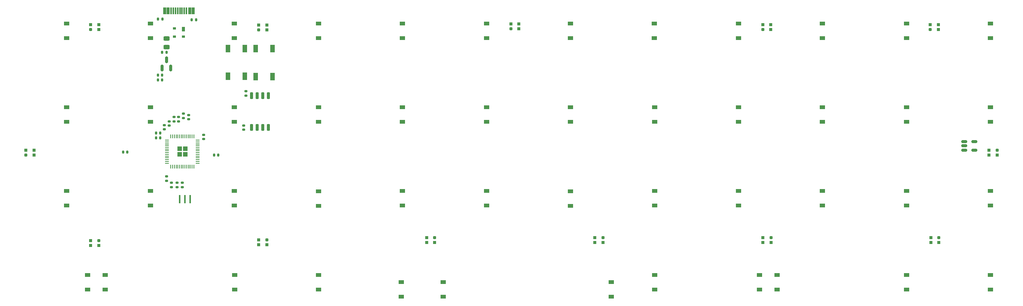
<source format=gbp>
%TF.GenerationSoftware,KiCad,Pcbnew,(6.0.7-1)-1*%
%TF.CreationDate,2022-12-13T16:34:22+02:00*%
%TF.ProjectId,Planck Drop In PCB,506c616e-636b-4204-9472-6f7020496e20,rev?*%
%TF.SameCoordinates,Original*%
%TF.FileFunction,Paste,Bot*%
%TF.FilePolarity,Positive*%
%FSLAX46Y46*%
G04 Gerber Fmt 4.6, Leading zero omitted, Abs format (unit mm)*
G04 Created by KiCad (PCBNEW (6.0.7-1)-1) date 2022-12-13 16:34:22*
%MOMM*%
%LPD*%
G01*
G04 APERTURE LIST*
G04 Aperture macros list*
%AMRoundRect*
0 Rectangle with rounded corners*
0 $1 Rounding radius*
0 $2 $3 $4 $5 $6 $7 $8 $9 X,Y pos of 4 corners*
0 Add a 4 corners polygon primitive as box body*
4,1,4,$2,$3,$4,$5,$6,$7,$8,$9,$2,$3,0*
0 Add four circle primitives for the rounded corners*
1,1,$1+$1,$2,$3*
1,1,$1+$1,$4,$5*
1,1,$1+$1,$6,$7*
1,1,$1+$1,$8,$9*
0 Add four rect primitives between the rounded corners*
20,1,$1+$1,$2,$3,$4,$5,0*
20,1,$1+$1,$4,$5,$6,$7,0*
20,1,$1+$1,$6,$7,$8,$9,0*
20,1,$1+$1,$8,$9,$2,$3,0*%
G04 Aperture macros list end*
%ADD10RoundRect,0.140000X0.140000X0.170000X-0.140000X0.170000X-0.140000X-0.170000X0.140000X-0.170000X0*%
%ADD11R,1.200000X0.900000*%
%ADD12RoundRect,0.175000X-0.175000X-0.175000X0.175000X-0.175000X0.175000X0.175000X-0.175000X0.175000X0*%
%ADD13R,0.700000X0.700000*%
%ADD14RoundRect,0.140000X0.170000X-0.140000X0.170000X0.140000X-0.170000X0.140000X-0.170000X-0.140000X0*%
%ADD15RoundRect,0.175000X0.175000X0.175000X-0.175000X0.175000X-0.175000X-0.175000X0.175000X-0.175000X0*%
%ADD16RoundRect,0.135000X-0.135000X-0.185000X0.135000X-0.185000X0.135000X0.185000X-0.135000X0.185000X0*%
%ADD17RoundRect,0.140000X-0.140000X-0.170000X0.140000X-0.170000X0.140000X0.170000X-0.140000X0.170000X0*%
%ADD18RoundRect,0.140000X-0.170000X0.140000X-0.170000X-0.140000X0.170000X-0.140000X0.170000X0.140000X0*%
%ADD19RoundRect,0.135000X0.135000X0.185000X-0.135000X0.185000X-0.135000X-0.185000X0.135000X-0.185000X0*%
%ADD20RoundRect,0.150000X-0.150000X0.650000X-0.150000X-0.650000X0.150000X-0.650000X0.150000X0.650000X0*%
%ADD21R,0.700000X1.000000*%
%ADD22R,0.700000X0.600000*%
%ADD23RoundRect,0.135000X-0.185000X0.135000X-0.185000X-0.135000X0.185000X-0.135000X0.185000X0.135000X0*%
%ADD24RoundRect,0.050000X-0.300000X-0.725000X0.300000X-0.725000X0.300000X0.725000X-0.300000X0.725000X0*%
%ADD25RoundRect,0.050000X-0.150000X-0.725000X0.150000X-0.725000X0.150000X0.725000X-0.150000X0.725000X0*%
%ADD26RoundRect,0.150000X0.150000X-0.587500X0.150000X0.587500X-0.150000X0.587500X-0.150000X-0.587500X0*%
%ADD27RoundRect,0.135000X0.185000X-0.135000X0.185000X0.135000X-0.185000X0.135000X-0.185000X-0.135000X0*%
%ADD28R,1.000000X1.700000*%
%ADD29R,0.400000X1.900000*%
%ADD30RoundRect,0.250000X0.292217X0.292217X-0.292217X0.292217X-0.292217X-0.292217X0.292217X-0.292217X0*%
%ADD31RoundRect,0.050000X0.387500X0.050000X-0.387500X0.050000X-0.387500X-0.050000X0.387500X-0.050000X0*%
%ADD32RoundRect,0.050000X0.050000X0.387500X-0.050000X0.387500X-0.050000X-0.387500X0.050000X-0.387500X0*%
%ADD33RoundRect,0.150000X-0.512500X-0.150000X0.512500X-0.150000X0.512500X0.150000X-0.512500X0.150000X0*%
%ADD34RoundRect,0.243750X-0.456250X0.243750X-0.456250X-0.243750X0.456250X-0.243750X0.456250X0.243750X0*%
G04 APERTURE END LIST*
D10*
%TO.C,C2*%
X69870000Y-75110000D03*
X68910000Y-75110000D03*
%TD*%
D11*
%TO.C,D43*%
X238220000Y-104660000D03*
X238220000Y-101360000D03*
%TD*%
%TO.C,D9*%
X86220000Y-66660000D03*
X86220000Y-63360000D03*
%TD*%
%TO.C,D33*%
X200220000Y-66660000D03*
X200220000Y-63360000D03*
%TD*%
%TO.C,D21*%
X143220000Y-66660000D03*
X143220000Y-63360000D03*
%TD*%
D12*
%TO.C,D56*%
X55535000Y-112600000D03*
D13*
X55535000Y-113700000D03*
X53705000Y-113700000D03*
X53705000Y-112600000D03*
%TD*%
D14*
%TO.C,C6*%
X75840000Y-85110000D03*
X75840000Y-84150000D03*
%TD*%
D10*
%TO.C,C10*%
X69430000Y-88190000D03*
X68470000Y-88190000D03*
%TD*%
D15*
%TO.C,D50*%
X243575000Y-64730000D03*
D13*
X243575000Y-63630000D03*
X245405000Y-63630000D03*
X245405000Y-64730000D03*
%TD*%
D11*
%TO.C,D24*%
X133410000Y-125300000D03*
X133410000Y-122000000D03*
%TD*%
D16*
%TO.C,R2*%
X76510000Y-62530000D03*
X77530000Y-62530000D03*
%TD*%
D11*
%TO.C,D7*%
X67220000Y-104660000D03*
X67220000Y-101360000D03*
%TD*%
D14*
%TO.C,C7*%
X79230000Y-89580000D03*
X79230000Y-88620000D03*
%TD*%
D17*
%TO.C,C11*%
X81590000Y-93160000D03*
X82550000Y-93160000D03*
%TD*%
D15*
%TO.C,D54*%
X53695000Y-64740000D03*
D13*
X53695000Y-63640000D03*
X55525000Y-63640000D03*
X55525000Y-64740000D03*
%TD*%
D11*
%TO.C,D32*%
X181230000Y-123670000D03*
X181230000Y-120370000D03*
%TD*%
D18*
%TO.C,C12*%
X73210000Y-99490000D03*
X73210000Y-100450000D03*
%TD*%
D19*
%TO.C,R1*%
X69930000Y-62360000D03*
X68910000Y-62360000D03*
%TD*%
D20*
%TO.C,U4*%
X90055000Y-79770000D03*
X91325000Y-79770000D03*
X92595000Y-79770000D03*
X93865000Y-79770000D03*
X93865000Y-86970000D03*
X92595000Y-86970000D03*
X91325000Y-86970000D03*
X90055000Y-86970000D03*
%TD*%
D11*
%TO.C,D29*%
X181220000Y-66660000D03*
X181220000Y-63360000D03*
%TD*%
%TO.C,D25*%
X162220000Y-66660000D03*
X162220000Y-63360000D03*
%TD*%
D10*
%TO.C,C_LDO2*%
X69870000Y-76190000D03*
X68910000Y-76190000D03*
%TD*%
D12*
%TO.C,D61*%
X245565000Y-111880000D03*
D13*
X245565000Y-112980000D03*
X243735000Y-112980000D03*
X243735000Y-111880000D03*
%TD*%
D10*
%TO.C,C5*%
X69430000Y-89270000D03*
X68470000Y-89270000D03*
%TD*%
D11*
%TO.C,D44*%
X238230000Y-123660000D03*
X238230000Y-120360000D03*
%TD*%
%TO.C,D42*%
X238230000Y-85660000D03*
X238230000Y-82360000D03*
%TD*%
D14*
%TO.C,C9*%
X88330000Y-87480000D03*
X88330000Y-86520000D03*
%TD*%
D11*
%TO.C,D27*%
X162230000Y-104670000D03*
X162230000Y-101370000D03*
%TD*%
D12*
%TO.C,D58*%
X131505000Y-111910000D03*
D13*
X131505000Y-113010000D03*
X129675000Y-113010000D03*
X129675000Y-111910000D03*
%TD*%
D11*
%TO.C,D34*%
X200220000Y-85660000D03*
X200220000Y-82360000D03*
%TD*%
D21*
%TO.C,U2*%
X74630000Y-64670000D03*
D22*
X74630000Y-66370000D03*
X72630000Y-66370000D03*
X72630000Y-64470000D03*
%TD*%
D23*
%TO.C,R5*%
X72520000Y-84557500D03*
X72520000Y-85577500D03*
%TD*%
D11*
%TO.C,D10*%
X86220000Y-85660000D03*
X86220000Y-82360000D03*
%TD*%
%TO.C,D41*%
X238230000Y-66660000D03*
X238230000Y-63360000D03*
%TD*%
D24*
%TO.C,USB1*%
X70400031Y-60482500D03*
X71175031Y-60482500D03*
D25*
X71875031Y-60482500D03*
X72375031Y-60482500D03*
X72875031Y-60482500D03*
X73375031Y-60482500D03*
X73875031Y-60482500D03*
X74375031Y-60482500D03*
X74875031Y-60482500D03*
X75375031Y-60482500D03*
D24*
X76075031Y-60482500D03*
X76850031Y-60482500D03*
%TD*%
D15*
%TO.C,D51*%
X205705000Y-64730000D03*
D13*
X205705000Y-63630000D03*
X207535000Y-63630000D03*
X207535000Y-64730000D03*
%TD*%
D23*
%TO.C,R4*%
X73610000Y-84550000D03*
X73610000Y-85570000D03*
%TD*%
D26*
%TO.C,U1*%
X71770000Y-73507500D03*
X69870000Y-73507500D03*
X70820000Y-71632500D03*
%TD*%
D11*
%TO.C,D4*%
X52980000Y-123670000D03*
X52980000Y-120370000D03*
%TD*%
%TO.C,D20*%
X123910000Y-125290000D03*
X123910000Y-121990000D03*
%TD*%
%TO.C,D1*%
X48230000Y-66660000D03*
X48230000Y-63360000D03*
%TD*%
%TO.C,D46*%
X257220000Y-85660000D03*
X257220000Y-82360000D03*
%TD*%
D27*
%TO.C,R3*%
X70820000Y-99040000D03*
X70820000Y-98020000D03*
%TD*%
D11*
%TO.C,D12*%
X86230000Y-123660000D03*
X86230000Y-120360000D03*
%TD*%
D27*
%TO.C,R7*%
X74410000Y-100470000D03*
X74410000Y-99450000D03*
%TD*%
D11*
%TO.C,D13*%
X105220000Y-66660000D03*
X105220000Y-63360000D03*
%TD*%
%TO.C,D6*%
X67220000Y-85660000D03*
X67220000Y-82360000D03*
%TD*%
D15*
%TO.C,D53*%
X91715000Y-64850000D03*
D13*
X91715000Y-63750000D03*
X93545000Y-63750000D03*
X93545000Y-64850000D03*
%TD*%
D23*
%TO.C,R6*%
X88770000Y-78740000D03*
X88770000Y-79760000D03*
%TD*%
D11*
%TO.C,D36*%
X204980000Y-123660000D03*
X204980000Y-120360000D03*
%TD*%
%TO.C,D19*%
X124220000Y-104660000D03*
X124220000Y-101360000D03*
%TD*%
%TO.C,D15*%
X105220000Y-104670000D03*
X105220000Y-101370000D03*
%TD*%
%TO.C,D26*%
X162220000Y-85660000D03*
X162220000Y-82360000D03*
%TD*%
D28*
%TO.C,SW6*%
X90990000Y-69080000D03*
X90990000Y-75380000D03*
X94790000Y-69080000D03*
X94790000Y-75380000D03*
%TD*%
D11*
%TO.C,D22*%
X143230000Y-85660000D03*
X143230000Y-82360000D03*
%TD*%
D14*
%TO.C,C4*%
X70350000Y-87390000D03*
X70350000Y-86430000D03*
%TD*%
D15*
%TO.C,D52*%
X148715000Y-64620000D03*
D13*
X148715000Y-63520000D03*
X150545000Y-63520000D03*
X150545000Y-64620000D03*
%TD*%
D12*
%TO.C,D59*%
X169565000Y-111890000D03*
D13*
X169565000Y-112990000D03*
X167735000Y-112990000D03*
X167735000Y-111890000D03*
%TD*%
D11*
%TO.C,D28*%
X171420000Y-125290000D03*
X171420000Y-121990000D03*
%TD*%
%TO.C,D38*%
X219230000Y-85660000D03*
X219230000Y-82360000D03*
%TD*%
%TO.C,D30*%
X181230000Y-85660000D03*
X181230000Y-82360000D03*
%TD*%
D10*
%TO.C,C8*%
X61970000Y-92540000D03*
X61010000Y-92540000D03*
%TD*%
D11*
%TO.C,D2*%
X48220000Y-85670000D03*
X48220000Y-82370000D03*
%TD*%
%TO.C,D18*%
X124220000Y-85660000D03*
X124220000Y-82360000D03*
%TD*%
D29*
%TO.C,Y1*%
X76220000Y-103170000D03*
X75020000Y-103170000D03*
X73820000Y-103170000D03*
%TD*%
D11*
%TO.C,D14*%
X105220000Y-85660000D03*
X105220000Y-82360000D03*
%TD*%
%TO.C,D35*%
X200230000Y-104660000D03*
X200230000Y-101360000D03*
%TD*%
%TO.C,D3*%
X48230000Y-104660000D03*
X48230000Y-101360000D03*
%TD*%
%TO.C,D8*%
X57000000Y-123680000D03*
X57000000Y-120380000D03*
%TD*%
%TO.C,D48*%
X257220000Y-123660000D03*
X257220000Y-120360000D03*
%TD*%
%TO.C,D17*%
X124230000Y-66670000D03*
X124230000Y-63370000D03*
%TD*%
%TO.C,D11*%
X86220000Y-104650000D03*
X86220000Y-101350000D03*
%TD*%
D14*
%TO.C,C13*%
X74710000Y-84790000D03*
X74710000Y-83830000D03*
%TD*%
D30*
%TO.C,U3*%
X75060000Y-91780000D03*
X75060000Y-93055000D03*
X73785000Y-91780000D03*
X73785000Y-93055000D03*
D31*
X77860000Y-89817500D03*
X77860000Y-90217500D03*
X77860000Y-90617500D03*
X77860000Y-91017500D03*
X77860000Y-91417500D03*
X77860000Y-91817500D03*
X77860000Y-92217500D03*
X77860000Y-92617500D03*
X77860000Y-93017500D03*
X77860000Y-93417500D03*
X77860000Y-93817500D03*
X77860000Y-94217500D03*
X77860000Y-94617500D03*
X77860000Y-95017500D03*
D32*
X77022500Y-95855000D03*
X76622500Y-95855000D03*
X76222500Y-95855000D03*
X75822500Y-95855000D03*
X75422500Y-95855000D03*
X75022500Y-95855000D03*
X74622500Y-95855000D03*
X74222500Y-95855000D03*
X73822500Y-95855000D03*
X73422500Y-95855000D03*
X73022500Y-95855000D03*
X72622500Y-95855000D03*
X72222500Y-95855000D03*
X71822500Y-95855000D03*
D31*
X70985000Y-95017500D03*
X70985000Y-94617500D03*
X70985000Y-94217500D03*
X70985000Y-93817500D03*
X70985000Y-93417500D03*
X70985000Y-93017500D03*
X70985000Y-92617500D03*
X70985000Y-92217500D03*
X70985000Y-91817500D03*
X70985000Y-91417500D03*
X70985000Y-91017500D03*
X70985000Y-90617500D03*
X70985000Y-90217500D03*
X70985000Y-89817500D03*
D32*
X71822500Y-88980000D03*
X72222500Y-88980000D03*
X72622500Y-88980000D03*
X73022500Y-88980000D03*
X73422500Y-88980000D03*
X73822500Y-88980000D03*
X74222500Y-88980000D03*
X74622500Y-88980000D03*
X75022500Y-88980000D03*
X75422500Y-88980000D03*
X75822500Y-88980000D03*
X76222500Y-88980000D03*
X76622500Y-88980000D03*
X77022500Y-88980000D03*
%TD*%
D12*
%TO.C,D49*%
X258715000Y-92070000D03*
D13*
X258715000Y-93170000D03*
X256885000Y-93170000D03*
X256885000Y-92070000D03*
%TD*%
D15*
%TO.C,D55*%
X39045000Y-93170000D03*
D13*
X39045000Y-92070000D03*
X40875000Y-92070000D03*
X40875000Y-93170000D03*
%TD*%
D11*
%TO.C,D31*%
X181230000Y-104660000D03*
X181230000Y-101360000D03*
%TD*%
D33*
%TO.C,U5*%
X251322500Y-92060000D03*
X251322500Y-91110000D03*
X251322500Y-90160000D03*
X253597500Y-90160000D03*
X253597500Y-92060000D03*
%TD*%
D11*
%TO.C,D5*%
X67220000Y-66660000D03*
X67220000Y-63360000D03*
%TD*%
D18*
%TO.C,C3*%
X71950000Y-99490000D03*
X71950000Y-100450000D03*
%TD*%
D11*
%TO.C,D40*%
X208990000Y-123660000D03*
X208990000Y-120360000D03*
%TD*%
%TO.C,D39*%
X219220000Y-104660000D03*
X219220000Y-101360000D03*
%TD*%
%TO.C,D47*%
X257230000Y-104660000D03*
X257230000Y-101360000D03*
%TD*%
D12*
%TO.C,D60*%
X207585000Y-111910000D03*
D13*
X207585000Y-113010000D03*
X205755000Y-113010000D03*
X205755000Y-111910000D03*
%TD*%
D14*
%TO.C,C1*%
X71420000Y-86500000D03*
X71420000Y-85540000D03*
%TD*%
D11*
%TO.C,D16*%
X105230000Y-123660000D03*
X105230000Y-120360000D03*
%TD*%
D10*
%TO.C,C_LDO1*%
X70820000Y-69930000D03*
X69860000Y-69930000D03*
%TD*%
D11*
%TO.C,D37*%
X219230000Y-66660000D03*
X219230000Y-63360000D03*
%TD*%
%TO.C,D23*%
X143230000Y-104660000D03*
X143230000Y-101360000D03*
%TD*%
D28*
%TO.C,SW5*%
X84780000Y-69060000D03*
X84780000Y-75360000D03*
X88580000Y-75360000D03*
X88580000Y-69060000D03*
%TD*%
D12*
%TO.C,D57*%
X93545000Y-112420000D03*
D13*
X93545000Y-113520000D03*
X91715000Y-113520000D03*
X91715000Y-112420000D03*
%TD*%
D34*
%TO.C,F1*%
X70830000Y-66812500D03*
X70830000Y-68687500D03*
%TD*%
D11*
%TO.C,D45*%
X257230000Y-66660000D03*
X257230000Y-63360000D03*
%TD*%
M02*

</source>
